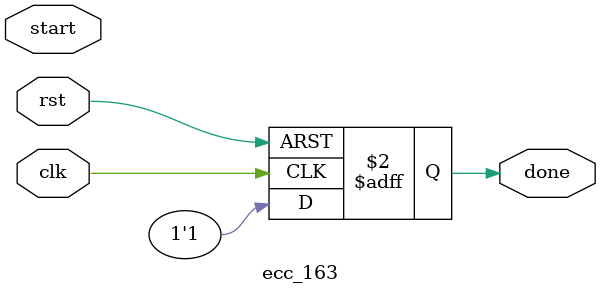
<source format=v>
`timescale 1ns / 1ps
module ecc_163(
    input wire clk,
    input wire rst,
    input wire start,
    output reg done
);

always @(posedge clk or posedge rst) begin
    if (rst)
        done <= 0;
    else
        done <= 1;  // dummy done signal
end

endmodule

</source>
